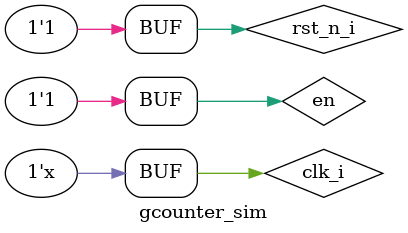
<source format=v>
`timescale 1ns / 1ps


module gcounter_sim(

    );
    reg rst_n_i=1;
    reg en =1;
    reg clk_i=1;
    wire [3:0] gray;
    
    gcounter uut_gcounter_1(
    .rst_n_i(rst_n_i),
    .clk_i  (clk_i),
    .en_i   (en),
    .gray_o (gray)
    );
    always #10 clk_i <=~clk_i;
//    always #10 en =~en;
//    always #5 rst_n_i =~rst_n_i;
    initial begin
        #55 en =0;
        #50 rst_n_i =0;
        #50 en =1;
        #50 rst_n_i =1;
    end
endmodule

</source>
